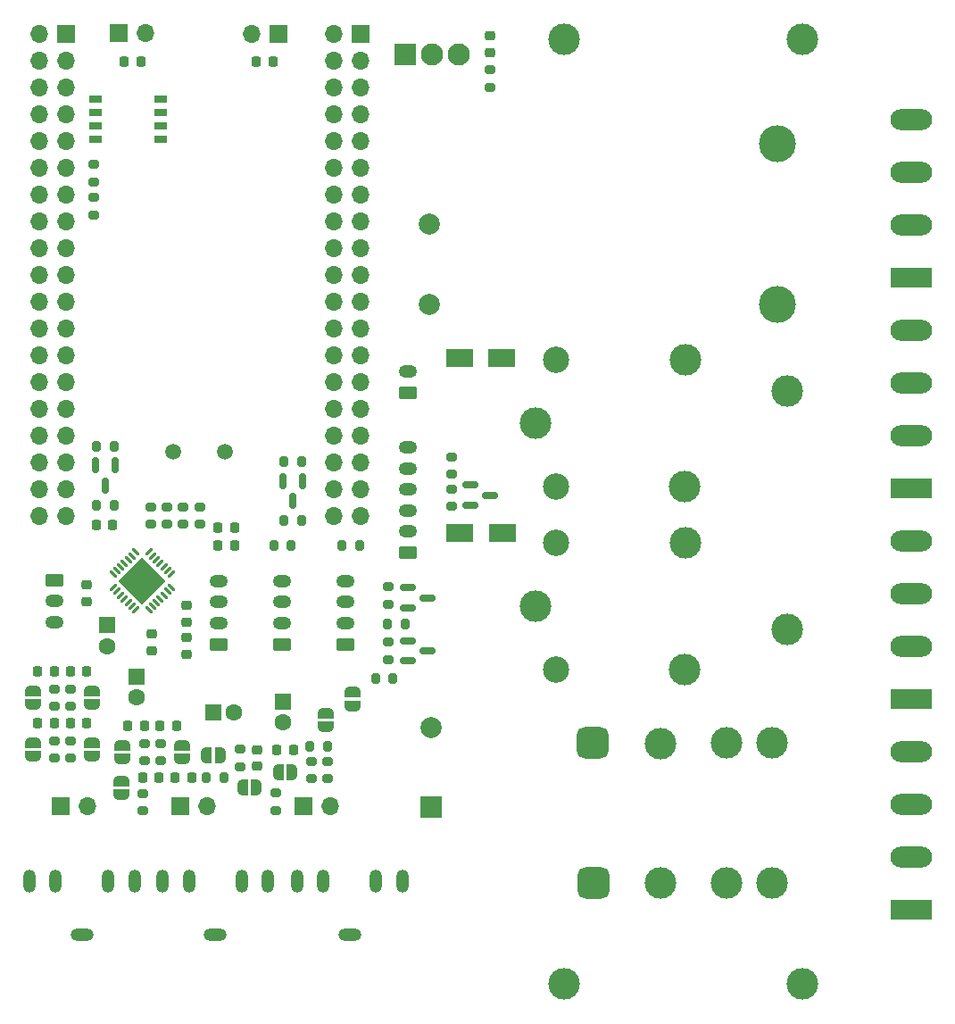
<source format=gts>
G04 #@! TF.GenerationSoftware,KiCad,Pcbnew,(6.0.7)*
G04 #@! TF.CreationDate,2022-10-04T21:38:46-04:00*
G04 #@! TF.ProjectId,mh-custom-v2,6d682d63-7573-4746-9f6d-2d76322e6b69,rev?*
G04 #@! TF.SameCoordinates,Original*
G04 #@! TF.FileFunction,Soldermask,Top*
G04 #@! TF.FilePolarity,Negative*
%FSLAX46Y46*%
G04 Gerber Fmt 4.6, Leading zero omitted, Abs format (unit mm)*
G04 Created by KiCad (PCBNEW (6.0.7)) date 2022-10-04 21:38:46*
%MOMM*%
%LPD*%
G01*
G04 APERTURE LIST*
G04 Aperture macros list*
%AMRoundRect*
0 Rectangle with rounded corners*
0 $1 Rounding radius*
0 $2 $3 $4 $5 $6 $7 $8 $9 X,Y pos of 4 corners*
0 Add a 4 corners polygon primitive as box body*
4,1,4,$2,$3,$4,$5,$6,$7,$8,$9,$2,$3,0*
0 Add four circle primitives for the rounded corners*
1,1,$1+$1,$2,$3*
1,1,$1+$1,$4,$5*
1,1,$1+$1,$6,$7*
1,1,$1+$1,$8,$9*
0 Add four rect primitives between the rounded corners*
20,1,$1+$1,$2,$3,$4,$5,0*
20,1,$1+$1,$4,$5,$6,$7,0*
20,1,$1+$1,$6,$7,$8,$9,0*
20,1,$1+$1,$8,$9,$2,$3,0*%
%AMRotRect*
0 Rectangle, with rotation*
0 The origin of the aperture is its center*
0 $1 length*
0 $2 width*
0 $3 Rotation angle, in degrees counterclockwise*
0 Add horizontal line*
21,1,$1,$2,0,0,$3*%
%AMFreePoly0*
4,1,22,0.500000,-0.750000,0.000000,-0.750000,0.000000,-0.745033,-0.079941,-0.743568,-0.215256,-0.701293,-0.333266,-0.622738,-0.424486,-0.514219,-0.481581,-0.384460,-0.499164,-0.250000,-0.500000,-0.250000,-0.500000,0.250000,-0.499164,0.250000,-0.499963,0.256109,-0.478152,0.396186,-0.417904,0.524511,-0.324060,0.630769,-0.204165,0.706417,-0.067858,0.745374,0.000000,0.744959,0.000000,0.750000,
0.500000,0.750000,0.500000,-0.750000,0.500000,-0.750000,$1*%
%AMFreePoly1*
4,1,20,0.000000,0.744959,0.073905,0.744508,0.209726,0.703889,0.328688,0.626782,0.421226,0.519385,0.479903,0.390333,0.500000,0.250000,0.500000,-0.250000,0.499851,-0.262216,0.476331,-0.402017,0.414519,-0.529596,0.319384,-0.634700,0.198574,-0.708877,0.061801,-0.746166,0.000000,-0.745033,0.000000,-0.750000,-0.500000,-0.750000,-0.500000,0.750000,0.000000,0.750000,0.000000,0.744959,
0.000000,0.744959,$1*%
G04 Aperture macros list end*
%ADD10R,2.000000X2.000000*%
%ADD11C,2.000000*%
%ADD12C,3.000000*%
%ADD13O,1.200000X2.200000*%
%ADD14O,2.200000X1.200000*%
%ADD15R,1.700000X1.700000*%
%ADD16O,1.700000X1.700000*%
%ADD17RoundRect,0.218750X0.218750X0.256250X-0.218750X0.256250X-0.218750X-0.256250X0.218750X-0.256250X0*%
%ADD18RoundRect,0.200000X-0.200000X-0.275000X0.200000X-0.275000X0.200000X0.275000X-0.200000X0.275000X0*%
%ADD19RoundRect,0.200000X-0.275000X0.200000X-0.275000X-0.200000X0.275000X-0.200000X0.275000X0.200000X0*%
%ADD20FreePoly0,90.000000*%
%ADD21FreePoly1,90.000000*%
%ADD22RoundRect,0.200000X0.200000X0.275000X-0.200000X0.275000X-0.200000X-0.275000X0.200000X-0.275000X0*%
%ADD23FreePoly0,180.000000*%
%ADD24FreePoly1,180.000000*%
%ADD25RoundRect,0.250000X0.625000X-0.350000X0.625000X0.350000X-0.625000X0.350000X-0.625000X-0.350000X0*%
%ADD26O,1.750000X1.200000*%
%ADD27R,3.960000X1.980000*%
%ADD28O,3.960000X1.980000*%
%ADD29RoundRect,0.218750X-0.218750X-0.256250X0.218750X-0.256250X0.218750X0.256250X-0.218750X0.256250X0*%
%ADD30C,2.500000*%
%ADD31FreePoly0,0.000000*%
%ADD32FreePoly1,0.000000*%
%ADD33R,1.600000X1.600000*%
%ADD34C,1.600000*%
%ADD35RoundRect,0.200000X0.275000X-0.200000X0.275000X0.200000X-0.275000X0.200000X-0.275000X-0.200000X0*%
%ADD36RoundRect,0.750000X-0.750000X0.750000X-0.750000X-0.750000X0.750000X-0.750000X0.750000X0.750000X0*%
%ADD37RoundRect,0.062500X-0.238649X-0.327037X0.327037X0.238649X0.238649X0.327037X-0.327037X-0.238649X0*%
%ADD38RoundRect,0.062500X0.238649X-0.327037X0.327037X-0.238649X-0.238649X0.327037X-0.327037X0.238649X0*%
%ADD39RotRect,3.140000X3.140000X45.000000*%
%ADD40C,1.500000*%
%ADD41RoundRect,0.150000X-0.150000X0.587500X-0.150000X-0.587500X0.150000X-0.587500X0.150000X0.587500X0*%
%ADD42RoundRect,0.218750X-0.256250X0.218750X-0.256250X-0.218750X0.256250X-0.218750X0.256250X0.218750X0*%
%ADD43C,3.500000*%
%ADD44R,1.250000X0.760000*%
%ADD45R,2.500000X1.800000*%
%ADD46FreePoly0,270.000000*%
%ADD47FreePoly1,270.000000*%
%ADD48RoundRect,0.250000X-0.625000X0.350000X-0.625000X-0.350000X0.625000X-0.350000X0.625000X0.350000X0*%
%ADD49RoundRect,0.150000X-0.587500X-0.150000X0.587500X-0.150000X0.587500X0.150000X-0.587500X0.150000X0*%
%ADD50R,2.100000X2.100000*%
%ADD51C,2.100000*%
%ADD52RoundRect,0.218750X0.256250X-0.218750X0.256250X0.218750X-0.256250X0.218750X-0.256250X-0.218750X0*%
G04 APERTURE END LIST*
D10*
X72605000Y-98490000D03*
D11*
X72605000Y-90890000D03*
D12*
X85225000Y-115210000D03*
X107825000Y-115210000D03*
X106409000Y-59017000D03*
X106409000Y-81617000D03*
X85225000Y-25675000D03*
X107825000Y-25675000D03*
D13*
X59880000Y-105517000D03*
X62380000Y-105517000D03*
D14*
X64880000Y-110517000D03*
D13*
X69880000Y-105517000D03*
X67380000Y-105517000D03*
X47139500Y-105517000D03*
X49639500Y-105517000D03*
D14*
X52139500Y-110517000D03*
D13*
X57139500Y-105517000D03*
X54639500Y-105517000D03*
X34480000Y-105517000D03*
X36980000Y-105517000D03*
D14*
X39480000Y-110517000D03*
D13*
X44480000Y-105517000D03*
X41980000Y-105517000D03*
D15*
X58100000Y-25125000D03*
D16*
X55560000Y-25125000D03*
D17*
X57617500Y-27750000D03*
X56042500Y-27750000D03*
D18*
X67340000Y-86300000D03*
X68990000Y-86300000D03*
D19*
X40650000Y-40650000D03*
X40650000Y-42300000D03*
D20*
X40460000Y-93635000D03*
D21*
X40460000Y-92335000D03*
D20*
X34835000Y-88710000D03*
D21*
X34835000Y-87410000D03*
D19*
X54515000Y-92975000D03*
X54515000Y-94625000D03*
D20*
X43352000Y-93882500D03*
D21*
X43352000Y-92582500D03*
D22*
X42550000Y-69810000D03*
X40900000Y-69810000D03*
D19*
X74550000Y-68270000D03*
X74550000Y-69920000D03*
D17*
X46819500Y-95682500D03*
X45244500Y-95682500D03*
D15*
X38000000Y-25125000D03*
D16*
X35460000Y-25125000D03*
X38000000Y-27665000D03*
X35460000Y-27665000D03*
X38000000Y-30205000D03*
X35460000Y-30205000D03*
X38000000Y-32745000D03*
X35460000Y-32745000D03*
X38000000Y-35285000D03*
X35460000Y-35285000D03*
X38000000Y-37825000D03*
X35460000Y-37825000D03*
X38000000Y-40365000D03*
X35460000Y-40365000D03*
X38000000Y-42905000D03*
X35460000Y-42905000D03*
X38000000Y-45445000D03*
X35460000Y-45445000D03*
X38000000Y-47985000D03*
X35460000Y-47985000D03*
X38000000Y-50525000D03*
X35460000Y-50525000D03*
X38000000Y-53065000D03*
X35460000Y-53065000D03*
X38000000Y-55605000D03*
X35460000Y-55605000D03*
X38000000Y-58145000D03*
X35460000Y-58145000D03*
X38000000Y-60685000D03*
X35460000Y-60685000D03*
X38000000Y-63225000D03*
X35460000Y-63225000D03*
X38000000Y-65765000D03*
X35460000Y-65765000D03*
X38000000Y-68305000D03*
X35460000Y-68305000D03*
X38000000Y-70845000D03*
X35460000Y-70845000D03*
D20*
X40460000Y-88710000D03*
D21*
X40460000Y-87410000D03*
D23*
X52615000Y-93570000D03*
D24*
X51315000Y-93570000D03*
D25*
X70450000Y-59125000D03*
D26*
X70450000Y-57125000D03*
D27*
X118175000Y-108225000D03*
D28*
X118175000Y-103225000D03*
X118175000Y-98225000D03*
X118175000Y-93225000D03*
D20*
X43205000Y-97290000D03*
D21*
X43205000Y-95990000D03*
D29*
X58007500Y-93040000D03*
X59582500Y-93040000D03*
D12*
X82515000Y-62020000D03*
D30*
X84465000Y-68070000D03*
D12*
X96665000Y-68070000D03*
X96715000Y-56020000D03*
D30*
X84465000Y-56070000D03*
D17*
X36872500Y-85585000D03*
X35297500Y-85585000D03*
D15*
X43025000Y-25075000D03*
D16*
X45565000Y-25075000D03*
D31*
X54755000Y-96620000D03*
D32*
X56055000Y-96620000D03*
D33*
X41915000Y-81194887D03*
D34*
X41915000Y-83194887D03*
D19*
X74550000Y-65250000D03*
X74550000Y-66900000D03*
D35*
X49112998Y-71650000D03*
X49112998Y-70000000D03*
D36*
X88025000Y-105680000D03*
X87975000Y-92380000D03*
D12*
X94375000Y-105680000D03*
X94375000Y-92430000D03*
X100675000Y-105680000D03*
X100675000Y-92380000D03*
X104925000Y-105680000D03*
X104975000Y-92380000D03*
D17*
X49884500Y-95682500D03*
X48309500Y-95682500D03*
D27*
X118175000Y-48225000D03*
D28*
X118175000Y-43225000D03*
X118175000Y-38225000D03*
X118175000Y-33225000D03*
D15*
X37520000Y-98360000D03*
D16*
X40060000Y-98360000D03*
D29*
X40851500Y-71717000D03*
X42426500Y-71717000D03*
D27*
X118175000Y-68225000D03*
D28*
X118175000Y-63225000D03*
X118175000Y-58225000D03*
X118175000Y-53225000D03*
D19*
X78175000Y-28524000D03*
X78175000Y-30174000D03*
D27*
X118175000Y-88225000D03*
D28*
X118175000Y-83225000D03*
X118175000Y-78225000D03*
X118175000Y-73225000D03*
D19*
X62805000Y-94125000D03*
X62805000Y-95775000D03*
X61235000Y-94125000D03*
X61235000Y-95775000D03*
D37*
X42470122Y-77639715D03*
X42823676Y-77993269D03*
X43177229Y-78346822D03*
X43530783Y-78700375D03*
X43884336Y-79053929D03*
X44237889Y-79407482D03*
X44591443Y-79761036D03*
D38*
X45846557Y-79761036D03*
X46200111Y-79407482D03*
X46553664Y-79053929D03*
X46907217Y-78700375D03*
X47260771Y-78346822D03*
X47614324Y-77993269D03*
X47967878Y-77639715D03*
D37*
X47967878Y-76384601D03*
X47614324Y-76031047D03*
X47260771Y-75677494D03*
X46907217Y-75323941D03*
X46553664Y-74970387D03*
X46200111Y-74616834D03*
X45846557Y-74263280D03*
D38*
X44591443Y-74263280D03*
X44237889Y-74616834D03*
X43884336Y-74970387D03*
X43530783Y-75323941D03*
X43177229Y-75677494D03*
X42823676Y-76031047D03*
X42470122Y-76384601D03*
D39*
X45219000Y-77012158D03*
D18*
X51320000Y-95690000D03*
X52970000Y-95690000D03*
D22*
X59325000Y-73670000D03*
X57675000Y-73670000D03*
D40*
X53055000Y-64770000D03*
X48175000Y-64770000D03*
D23*
X59425000Y-95150000D03*
D24*
X58125000Y-95150000D03*
D29*
X52408500Y-71971000D03*
X53983500Y-71971000D03*
D41*
X60455000Y-67542500D03*
X58555000Y-67542500D03*
X59505000Y-69417500D03*
D18*
X64175000Y-73650000D03*
X65825000Y-73650000D03*
D17*
X45402500Y-90770000D03*
X43827500Y-90770000D03*
D35*
X36885000Y-88885000D03*
X36885000Y-87235000D03*
D33*
X44635000Y-86070000D03*
D34*
X44635000Y-88070000D03*
D19*
X38410000Y-87235000D03*
X38410000Y-88885000D03*
D35*
X50645664Y-71650000D03*
X50645664Y-70000000D03*
D15*
X48855000Y-98360000D03*
D16*
X51395000Y-98360000D03*
D19*
X68575000Y-77550000D03*
X68575000Y-79200000D03*
D42*
X49435000Y-79322500D03*
X49435000Y-80897500D03*
D15*
X60510000Y-98360000D03*
D16*
X63050000Y-98360000D03*
D20*
X48977000Y-93882500D03*
D21*
X48977000Y-92582500D03*
D29*
X52408500Y-73622000D03*
X53983500Y-73622000D03*
D18*
X58680000Y-65690000D03*
X60330000Y-65690000D03*
D33*
X51919888Y-89440000D03*
D34*
X53919888Y-89440000D03*
D42*
X56145000Y-93022500D03*
X56145000Y-94597500D03*
D35*
X46047666Y-71650000D03*
X46047666Y-70000000D03*
D25*
X70450000Y-74325000D03*
D26*
X70450000Y-72325000D03*
X70450000Y-70325000D03*
X70450000Y-68325000D03*
X70450000Y-66325000D03*
X70450000Y-64325000D03*
D43*
X105485000Y-35570000D03*
X105485000Y-50810000D03*
D11*
X72465000Y-50810000D03*
X72465000Y-43190000D03*
D30*
X84465000Y-73410000D03*
D12*
X96715000Y-73360000D03*
X96665000Y-85410000D03*
D30*
X84465000Y-85410000D03*
D12*
X82515000Y-79360000D03*
D18*
X68500000Y-81125000D03*
X70150000Y-81125000D03*
D35*
X45275000Y-98825000D03*
X45275000Y-97175000D03*
D17*
X48467500Y-90770000D03*
X46892500Y-90770000D03*
D44*
X46950000Y-35130000D03*
X46950000Y-33860000D03*
X46950000Y-32590000D03*
X46950000Y-31320000D03*
X40800000Y-31320000D03*
X40800000Y-32590000D03*
X40800000Y-33860000D03*
X40800000Y-35130000D03*
D35*
X47580332Y-71650000D03*
X47580332Y-70000000D03*
D45*
X75345000Y-55840000D03*
X79345000Y-55840000D03*
D19*
X38410000Y-92160000D03*
X38410000Y-93810000D03*
X68575000Y-82825000D03*
X68575000Y-84475000D03*
D25*
X52450000Y-83000000D03*
D26*
X52450000Y-81000000D03*
X52450000Y-79000000D03*
X52450000Y-77000000D03*
D45*
X75350000Y-72425000D03*
X79350000Y-72425000D03*
D17*
X39947500Y-90522500D03*
X38372500Y-90522500D03*
D25*
X64450000Y-83000000D03*
D26*
X64450000Y-81000000D03*
X64450000Y-79000000D03*
X64450000Y-77000000D03*
D17*
X39947500Y-85585000D03*
X38372500Y-85585000D03*
D18*
X40900000Y-64210000D03*
X42550000Y-64210000D03*
D20*
X62635000Y-90870000D03*
D21*
X62635000Y-89570000D03*
D42*
X49455000Y-82402500D03*
X49455000Y-83977500D03*
D18*
X61120000Y-92680000D03*
X62770000Y-92680000D03*
D46*
X65195000Y-87570000D03*
D47*
X65195000Y-88870000D03*
D35*
X40650000Y-39175000D03*
X40650000Y-37525000D03*
D19*
X46927000Y-92407500D03*
X46927000Y-94057500D03*
D41*
X42675000Y-66062500D03*
X40775000Y-66062500D03*
X41725000Y-67937500D03*
D33*
X58535000Y-88430000D03*
D34*
X58535000Y-90430000D03*
D42*
X46125000Y-82022500D03*
X46125000Y-83597500D03*
D48*
X36900000Y-76925000D03*
D26*
X36900000Y-78925000D03*
X36900000Y-80925000D03*
D49*
X76312500Y-67925000D03*
X76312500Y-69825000D03*
X78187500Y-68875000D03*
D42*
X78175000Y-25336500D03*
X78175000Y-26911500D03*
D15*
X65940000Y-25125000D03*
D16*
X63400000Y-25125000D03*
X65940000Y-27665000D03*
X63400000Y-27665000D03*
X65940000Y-30205000D03*
X63400000Y-30205000D03*
X65940000Y-32745000D03*
X63400000Y-32745000D03*
X65940000Y-35285000D03*
X63400000Y-35285000D03*
X65940000Y-37825000D03*
X63400000Y-37825000D03*
X65940000Y-40365000D03*
X63400000Y-40365000D03*
X65940000Y-42905000D03*
X63400000Y-42905000D03*
X65940000Y-45445000D03*
X63400000Y-45445000D03*
X65940000Y-47985000D03*
X63400000Y-47985000D03*
X65940000Y-50525000D03*
X63400000Y-50525000D03*
X65940000Y-53065000D03*
X63400000Y-53065000D03*
X65940000Y-55605000D03*
X63400000Y-55605000D03*
X65940000Y-58145000D03*
X63400000Y-58145000D03*
X65940000Y-60685000D03*
X63400000Y-60685000D03*
X65940000Y-63225000D03*
X63400000Y-63225000D03*
X65940000Y-65765000D03*
X63400000Y-65765000D03*
X65940000Y-68305000D03*
X63400000Y-68305000D03*
X65940000Y-70845000D03*
X63400000Y-70845000D03*
D29*
X43507500Y-27750000D03*
X45082500Y-27750000D03*
D22*
X60330000Y-71270000D03*
X58680000Y-71270000D03*
D49*
X70387500Y-82700000D03*
X70387500Y-84600000D03*
X72262500Y-83650000D03*
D20*
X34835000Y-93635000D03*
D21*
X34835000Y-92335000D03*
D49*
X70387500Y-77650000D03*
X70387500Y-79550000D03*
X72262500Y-78600000D03*
D50*
X70160000Y-27075000D03*
D51*
X72700000Y-27075000D03*
X75240000Y-27075000D03*
D25*
X58450000Y-83000000D03*
D26*
X58450000Y-81000000D03*
X58450000Y-79000000D03*
X58450000Y-77000000D03*
D35*
X45402000Y-94057500D03*
X45402000Y-92407500D03*
D19*
X57855000Y-97135000D03*
X57855000Y-98785000D03*
D35*
X36885000Y-93810000D03*
X36885000Y-92160000D03*
D52*
X39965000Y-78937500D03*
X39965000Y-77362500D03*
D17*
X36882500Y-90522500D03*
X35307500Y-90522500D03*
M02*

</source>
